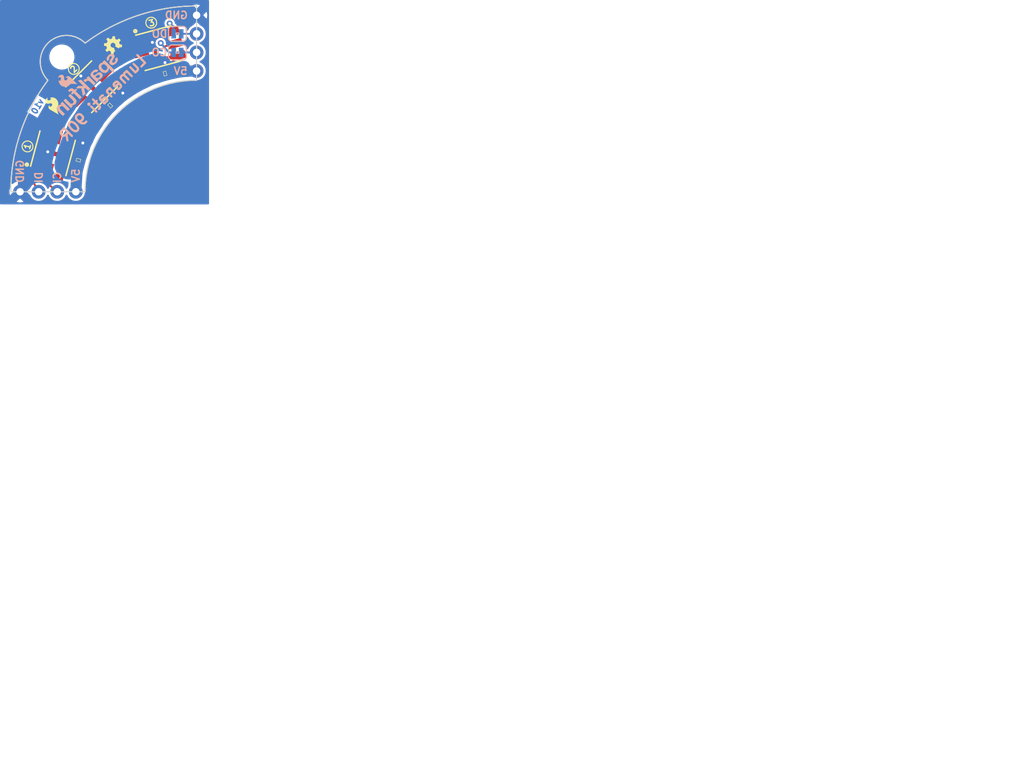
<source format=kicad_pcb>
(kicad_pcb (version 20221018) (generator pcbnew)
  (layers (0 "F.Cu" signal) (31 "B.Cu" signal) (34 "B.Paste" user) (35 "F.Paste" user) (36 "B.SilkS" user "B.Silkscreen") (37 "F.SilkS" user "F.Silkscreen") (38 "B.Mask" user) (39 "F.Mask" user) (44 "Edge.Cuts" user))
  (net 0 "")
  (net 1 "GND")
  (net 2 "+5V")
  (net 3 "/DI")
  (net 4 "/CI")
  (net 5 "/DO")
  (net 6 "/CO")
  (net 7 "Net-(U1-Pad5)")
  (net 8 "Net-(U1-Pad6)")
  (net 9 "Net-(U2-Pad6)")
  (net 10 "Net-(U2-Pad5)")
  (net 11 "Net-(JP1-Pad1)")
  (net 12 "Net-(JP2-Pad1)")
  (footprint "Aesthetics:SFE_LOGO_FLAME_.1" (layer "F.Cu") (at 141.5034 106.2736 60)
    (fp_text reference "" (at 0 0 60) (layer "F.SilkS") (effects (font (size 1.524 1.524))))
    (fp_text value "" (at 0 0 60) (layer "F.SilkS") (effects (font (size 1.524 1.524))))
    (fp_poly (pts (xy 1.69926 -2.4892) (xy 1.69926 -2.39776) (xy 1.6891 -2.36982) (xy 1.67894 -2.3495) (xy 1.64846 -2.31902) (xy 1.61798 -2.30886) (xy 1.5875 -2.30886) (xy 1.50876 -2.32918) (xy 1.46812 -2.3495) (xy 1.43764 -2.36982) (xy 1.39954 -2.39776) (xy 1.33858 -2.45872) (xy 1.29794 -2.51968) (xy 1.28778 -2.55778) (xy 1.28778 -2.61874) (xy 1.29794 -2.64922) (xy 1.3081 -2.66954) (xy 1.32842 -2.69748) (xy 1.36906 -2.72796) (xy 1.4097 -2.74828) (xy 1.45796 -2.75844) (xy 1.4986 -2.7686) (xy 1.55956 -2.7686) (xy 1.57988 -2.75844) (xy 1.5875 -2.75844) (xy 1.57988 -2.7686) (xy 1.53924 -2.79908) (xy 1.39954 -2.86766) (xy 1.3081 -2.88798) (xy 1.20904 -2.88798) (xy 1.09982 -2.86766) (xy 0.98806 -2.80924) (xy 0.89916 -2.73812) (xy 0.84836 -2.65938) (xy 0.81788 -2.56794) (xy 0.81788 -2.4892) (xy 0.8382 -2.39776) (xy 0.889 -2.30886) (xy 0.95758 -2.22758) (xy 1.03886 -2.13868) (xy 1.10998 -2.06756) (xy 1.13792 -1.98882) (xy 1.13792 -1.9177) (xy 1.1176 -1.85928) (xy 1.0795 -1.80848) (xy 1.01854 -1.76784) (xy 0.9398 -1.74752) (xy 0.85852 -1.74752) (xy 0.80772 -1.75768) (xy 0.75946 -1.778) (xy 0.6985 -1.83896) (xy 0.67818 -1.86944) (xy 0.66802 -1.89992) (xy 0.66802 -1.93802) (xy 0.67818 -1.9685) (xy 0.73914 -2.02946) (xy 0.76962 -2.03962) (xy 0.80772 -2.05994) (xy 0.81788 -2.06756) (xy 0.77978 -2.08788) (xy 0.65786 -2.08788) (xy 0.59944 -2.07772) (xy 0.54864 -2.06756) (xy 0.49784 -2.04978) (xy 0.45974 -2.0193) (xy 0.40894 -1.97866) (xy 0.34798 -1.8796) (xy 0.32766 -1.80848) (xy 0.3175 -1.72974) (xy 0.3175 -0.35814) (xy 0.3683 -0.40894) (xy 0.39878 -0.45974) (xy 0.44958 -0.508) (xy 0.49784 -0.56896) (xy 0.61976 -0.68834) (xy 0.73914 -0.82804) (xy 0.8382 -0.92964) (xy 0.9398 -0.98806) (xy 0.99822 -0.99822) (xy 1.18872 -0.99822) (xy 1.3081 -1.01854) (xy 1.41986 -1.04902) (xy 1.51892 -1.08966) (xy 1.61798 -1.14808) (xy 1.69926 -1.2192) (xy 1.778 -1.29794) (xy 1.84912 -1.38938) (xy 1.94818 -1.56972) (xy 1.99898 -1.75768) (xy 2.00914 -1.92786) (xy 1.97866 -2.08788) (xy 1.92786 -2.23774) (xy 1.85928 -2.3495) (xy 1.778 -2.4384)) (stroke (width 0.01)) (fill solid) (layer "F.SilkS"))
  )
  (footprint "Pete:0603_revised" (layer "F.Cu") (at 144.0688 112.0648 75)
    (fp_text reference "C1" hide)
    (fp_text value "0.1uF" hide)
    (fp_line (start -0.19812 -0.29972) (end 0.19812 -0.29972) (stroke (width 0.06604)) (layer "F.SilkS"))
    (fp_line (start -0.19812 0.29972) (end -0.19812 -0.29972) (stroke (width 0.06604)) (layer "F.SilkS"))
    (fp_line (start -0.19812 0.29972) (end 0.19812 0.29972) (stroke (width 0.06604)) (layer "F.SilkS"))
    (fp_line (start 0.19812 0.29972) (end 0.19812 -0.29972) (stroke (width 0.06604)) (layer "F.SilkS"))
    (pad "1" smd rect (at -0.84836 0 75) (size 1.09982 0.99822) (layers "F.Cu" "F.Paste" "F.Mask") (net 1 "GND"))
    (pad "2" smd rect (at 0.84836 0 75) (size 1.09982 0.99822) (layers "F.Cu" "F.Paste" "F.Mask") (net 2 "+5V"))
  )
  (footprint "Pete:0603_revised" (layer "F.Cu") (at 148.4122 104.5972 45)
    (fp_text reference "C2" hide)
    (fp_text value "0.1uF" hide)
    (fp_line (start -0.19812 -0.29972) (end 0.19812 -0.29972) (stroke (width 0.06604)) (layer "F.SilkS"))
    (fp_line (start -0.19812 0.29972) (end -0.19812 -0.29972) (stroke (width 0.06604)) (layer "F.SilkS"))
    (fp_line (start -0.19812 0.29972) (end 0.19812 0.29972) (stroke (width 0.06604)) (layer "F.SilkS"))
    (fp_line (start 0.19812 0.29972) (end 0.19812 -0.29972) (stroke (width 0.06604)) (layer "F.SilkS"))
    (pad "1" smd rect (at -0.84836 0 45) (size 1.09982 0.99822) (layers "F.Cu" "F.Paste" "F.Mask") (net 1 "GND"))
    (pad "2" smd rect (at 0.84836 0 45) (size 1.09982 0.99822) (layers "F.Cu" "F.Paste" "F.Mask") (net 2 "+5V"))
  )
  (footprint "Pete:0603_revised" (layer "F.Cu") (at 155.9052 100.2284 15)
    (fp_text reference "C3" hide)
    (fp_text value "0.1uF" hide)
    (fp_line (start -0.19812 -0.29972) (end 0.19812 -0.29972) (stroke (width 0.06604)) (layer "F.SilkS"))
    (fp_line (start -0.19812 0.29972) (end -0.19812 -0.29972) (stroke (width 0.06604)) (layer "F.SilkS"))
    (fp_line (start -0.19812 0.29972) (end 0.19812 0.29972) (stroke (width 0.06604)) (layer "F.SilkS"))
    (fp_line (start 0.19812 0.29972) (end 0.19812 -0.29972) (stroke (width 0.06604)) (layer "F.SilkS"))
    (pad "1" smd rect (at -0.84836 0 15) (size 1.09982 0.99822) (layers "F.Cu" "F.Paste" "F.Mask") (net 1 "GND"))
    (pad "2" smd rect (at 0.84836 0 15) (size 1.09982 0.99822) (layers "F.Cu" "F.Paste" "F.Mask") (net 2 "+5V"))
  )
  (footprint "Aesthetics:FIDUCIAL-1X2" (layer "F.Cu") (at 158.0134 92.2528 90)
    (fp_text reference "FD1" hide)
    (fp_text value "FIDUCIAL1X2" hide)
    (pad "1" smd circle (at 0 0 90) (size 0.99822 0.99822) (layers "F.Cu" "F.Paste" "F.Mask"))
  )
  (footprint "Aesthetics:FIDUCIAL-1X2" (layer "F.Cu") (at 136.0932 114.046 90)
    (fp_text reference "FD2" hide)
    (fp_text value "FIDUCIAL1X2" hide)
    (pad "1" smd circle (at 0 0 90) (size 0.99822 0.99822) (layers "F.Cu" "F.Paste" "F.Mask"))
  )
  (footprint "SFE_Connectors:1X04_NO_SILK" (layer "F.Cu") (at 136.0932 116.3828)
    (fp_text reference "J1" hide)
    (fp_text value "CONN_041X04_NO_SILK" hide)
    (pad "1" thru_hole circle (at 0 0) (size 1.8796 1.8796) (drill 1.016) (layers "*.Cu" "*.Paste" "*.Mask") (net 1 "GND"))
    (pad "2" thru_hole circle (at 2.54 0) (size 1.8796 1.8796) (drill 1.016) (layers "*.Cu" "*.Paste" "*.Mask") (net 3 "/DI"))
    (pad "3" thru_hole circle (at 5.08 0) (size 1.8796 1.8796) (drill 1.016) (layers "*.Cu" "*.Paste" "*.Mask") (net 4 "/CI"))
    (pad "4" thru_hole circle (at 7.62 0) (size 1.8796 1.8796) (drill 1.016) (layers "*.Cu" "*.Paste" "*.Mask") (net 2 "+5V"))
  )
  (footprint "SFE_Connectors:1X04_NO_SILK" (layer "F.Cu") (at 160.2232 99.8728 90)
    (fp_text reference "J2" hide)
    (fp_text value "CONN_041X04_NO_SILK" hide)
    (pad "1" thru_hole circle (at 0 0 90) (size 1.8796 1.8796) (drill 1.016) (layers "*.Cu" "*.Paste" "*.Mask") (net 2 "+5V"))
    (pad "2" thru_hole circle (at 2.54 0 90) (size 1.8796 1.8796) (drill 1.016) (layers "*.Cu" "*.Paste" "*.Mask") (net 6 "/CO"))
    (pad "3" thru_hole circle (at 5.08 0 90) (size 1.8796 1.8796) (drill 1.016) (layers "*.Cu" "*.Paste" "*.Mask") (net 5 "/DO"))
    (pad "4" thru_hole circle (at 7.62 0 90) (size 1.8796 1.8796) (drill 1.016) (layers "*.Cu" "*.Paste" "*.Mask") (net 1 "GND"))
  )
  (footprint "SparkFun:OSHW-LOGO-MINI" (layer "F.Cu") (at 148.7932 96.3422 40)
    (fp_text reference "LOGO2" hide)
    (fp_text value "OSHW-LOGOMINI" hide)
    (fp_poly (pts (xy 1.23444 0.17018) (xy 1.23444 -0.14732) (xy 0.8763 -0.20574) (xy 0.8763 -0.24638) (xy 0.86614 -0.25654) (xy 0.86614 -0.27686) (xy 0.85598 -0.28702) (xy 0.84582 -0.30734) (xy 0.84582 -0.32512) (xy 0.83566 -0.33528) (xy 0.83566 -0.3556) (xy 0.8255 -0.36576) (xy 0.81534 -0.38608) (xy 0.80518 -0.39624) (xy 0.80518 -0.41656) (xy 0.79502 -0.42672) (xy 0.78486 -0.44704) (xy 0.7747 -0.4572) (xy 0.98552 -0.74676) (xy 0.75438 -0.9652) (xy 0.46482 -0.76708) (xy 0.45466 -0.77724) (xy 0.43434 -0.78486) (xy 0.42418 -0.78486) (xy 0.4064 -0.79502) (xy 0.39624 -0.80518) (xy 0.37592 -0.81534) (xy 0.36576 -0.81534) (xy 0.34544 -0.8255) (xy 0.33528 -0.83566) (xy 0.31496 -0.83566) (xy 0.29464 -0.84582) (xy 0.28448 -0.84582) (xy 0.26416 -0.85598) (xy 0.25654 -0.85598) (xy 0.23622 -0.86614) (xy 0.2159 -0.86614) (xy 0.15494 -1.21666) (xy -0.16256 -1.21666) (xy -0.22098 -0.86614) (xy -0.23114 -0.86614) (xy -0.25146 -0.85598) (xy -0.27178 -0.85598) (xy -0.28194 -0.84582) (xy -0.30226 -0.84582) (xy -0.32258 -0.83566) (xy -0.33274 -0.83566) (xy -0.35306 -0.8255) (xy -0.36322 -0.81534) (xy -0.381 -0.81534) (xy -0.39116 -0.80518) (xy -0.41148 -0.79502) (xy -0.42164 -0.78486) (xy -0.44196 -0.78486) (xy -0.45212 -0.77724) (xy -0.47244 -0.76708) (xy -0.762 -0.9652) (xy -0.98298 -0.74676) (xy -0.78232 -0.4572) (xy -0.79248 -0.44704) (xy -0.79248 -0.42672) (xy -0.80264 -0.41656) (xy -0.8128 -0.39624) (xy -0.82296 -0.38608) (xy -0.82296 -0.36576) (xy -0.83312 -0.3556) (xy -0.84328 -0.33528) (xy -0.84328 -0.32512) (xy -0.86106 -0.28702) (xy -0.86106 -0.27686) (xy -0.87122 -0.25654) (xy -0.87122 -0.24638) (xy -0.88138 -0.22606) (xy -0.88138 -0.20574) (xy -1.2319 -0.14732) (xy -1.2319 0.17018) (xy -0.88138 0.23114) (xy -0.88138 0.2413) (xy -0.87122 0.26162) (xy -0.87122 0.28194) (xy -0.86106 0.2921) (xy -0.86106 0.31242) (xy -0.8509 0.32258) (xy -0.84328 0.34036) (xy -0.84328 0.36068) (xy -0.83312 0.37084) (xy -0.83312 0.39116) (xy -0.82296 0.40132) (xy -0.8128 0.42164) (xy -0.80264 0.4318) (xy -0.79248 0.45212) (xy -0.79248 0.46228) (xy -0.78232 0.4826) (xy -0.98298 0.762) (xy -0.762 0.9906) (xy -0.47244 0.79248) (xy -0.46228 0.79248) (xy -0.45212 0.8001) (xy -0.44196 0.8001) (xy -0.4318 0.81026) (xy -0.42164 0.81026) (xy -0.41148 0.82042) (xy -0.40132 0.82042) (xy -0.39116 0.83058) (xy -0.381 0.83058) (xy -0.37338 0.84074) (xy -0.36322 0.84074) (xy -0.35306 0.8509) (xy -0.33274 0.8509) (xy -0.32258 0.86106) (xy -0.12192 0.32258) (xy -0.1524 0.31242) (xy -0.19304 0.2921) (xy -0.21336 0.27178) (xy -0.23114 0.26162) (xy -0.25146 0.2413) (xy -0.26162 0.22098) (xy -0.28194 0.20066) (xy -0.30226 0.16256) (xy -0.31242 0.13208) (xy -0.33274 0.09144) (xy -0.33274 0.06096) (xy -0.3429 0.03048) (xy -0.3429 -0.0254) (xy -0.30226 -0.14732) (xy -0.26162 -0.20574) (xy -0.2413 -0.22606) (xy -0.21336 -0.24638) (xy -0.19304 -0.2667) (xy -0.16256 -0.28702) (xy -0.13208 -0.29718) (xy -0.1016 -0.31496) (xy -0.07112 -0.31496) (xy -0.03302 -0.32512) (xy 0.03556 -0.32512) (xy 0.06604 -0.31496) (xy 0.09652 -0.31496) (xy 0.12446 -0.29718) (xy 0.15494 -0.28702) (xy 0.2159 -0.24638) (xy 0.25654 -0.20574) (xy 0.29464 -0.14732) (xy 0.3048 -0.11684) (xy 0.32512 -0.08636) (xy 0.32512 -0.05588) (xy 0.33528 -0.0254) (xy 0.33528 0.06096) (xy 0.32512 0.09144) (xy 0.32512 0.11176) (xy 0.31496 0.13208) (xy 0.3048 0.16256) (xy 0.29464 0.18034) (xy 0.27432 0.20066) (xy 0.26416 0.22098) (xy 0.22606 0.26162) (xy 0.20574 0.27178) (xy 0.18542 0.2921) (xy 0.12446 0.32258) (xy 0.32512 0.86106) (xy 0.32512 0.8509) (xy 0.34544 0.8509) (xy 0.3556 0.84074) (xy 0.36576 0.84074) (xy 0.37592 0.83058) (xy 0.38608 0.83058) (xy 0.39624 0.82042) (xy 0.41656 0.82042) (xy 0.42418 0.81026) (xy 0.43434 0.81026) (xy 0.45466 0.79248) (xy 0.46482 0.79248) (xy 0.75438 0.9906) (xy 0.98552 0.762) (xy 0.7747 0.4826) (xy 0.78486 0.46228) (xy 0.79502 0.45212) (xy 0.80518 0.4318) (xy 0.80518 0.42164) (xy 0.81534 0.40132) (xy 0.8255 0.39116) (xy 0.83566 0.37084) (xy 0.83566 0.36068) (xy 0.85598 0.32258) (xy 0.85598 0.31242) (xy 0.86614 0.2921) (xy 0.86614 0.28194) (xy 0.8763 0.26162) (xy 0.8763 0.2413) (xy 0.88646 0.23114)) (stroke (width 0.01)) (fill solid) (layer "F.SilkS"))
  )
  (footprint "Pete:APA102_3" (layer "F.Cu") (at 140.589 111.125 -105)
    (fp_text reference "U1" hide)
    (fp_text value "APA102" hide)
    (fp_line (start -2.5 -2.5) (end 2.5 -2.5) (stroke (width 0.2032)) (layer "F.SilkS"))
    (fp_line (start -2.5 2.5) (end 2.5 2.5) (stroke (width 0.2032)) (layer "F.SilkS"))
    (fp_circle (center 2.413 3.048) (end 2.4765 3.1115) (stroke (width 0.15)) (fill none) (layer "F.SilkS"))
    (fp_circle (center 2.413 3.048) (end 2.54 3.2385) (stroke (width 0.15)) (fill none) (layer "F.SilkS"))
    (pad "1" smd rect (at 2.4 1.7 255) (size 2 1.1) (layers "F.Cu" "F.Paste" "F.Mask") (net 3 "/DI"))
    (pad "2" smd rect (at 2.399998 0 255) (size 2 1.1) (layers "F.Cu" "F.Paste" "F.Mask") (net 4 "/CI"))
    (pad "3" smd rect (at 2.4 -1.700001 255) (size 2 1.1) (layers "F.Cu" "F.Paste" "F.Mask") (net 1 "GND"))
    (pad "4" smd rect (at -2.4 -1.7 75) (size 2 1.1) (layers "F.Cu" "F.Paste" "F.Mask") (net 2 "+5V"))
    (pad "5" smd rect (at -2.399998 0 75) (size 2 1.1) (layers "F.Cu" "F.Paste" "F.Mask") (net 7 "Net-(U1-Pad5)"))
    (pad "6" smd rect (at -2.4 1.700001 75) (size 2 1.1) (layers "F.Cu" "F.Paste" "F.Mask") (net 8 "Net-(U1-Pad6)"))
  )
  (footprint "Pete:APA102_3" (layer "F.Cu") (at 145.8722 102.0318 -135)
    (fp_text reference "U2" hide)
    (fp_text value "APA102" hide)
    (fp_line (start -2.5 -2.5) (end 2.5 -2.5) (stroke (width 0.2032)) (layer "F.SilkS"))
    (fp_line (start -2.5 2.5) (end 2.5 2.5) (stroke (width 0.2032)) (layer "F.SilkS"))
    (fp_circle (center 2.413 3.048) (end 2.4765 3.1115) (stroke (width 0.15)) (fill none) (layer "F.SilkS"))
    (fp_circle (center 2.413 3.048) (end 2.54 3.2385) (stroke (width 0.15)) (fill none) (layer "F.SilkS"))
    (pad "1" smd rect (at 2.4 1.7 225) (size 2 1.1) (layers "F.Cu" "F.Paste" "F.Mask") (net 8 "Net-(U1-Pad6)"))
    (pad "2" smd rect (at 2.399998 0 225) (size 2 1.1) (layers "F.Cu" "F.Paste" "F.Mask") (net 7 "Net-(U1-Pad5)"))
    (pad "3" smd rect (at 2.4 -1.700001 225) (size 2 1.1) (layers "F.Cu" "F.Paste" "F.Mask") (net 1 "GND"))
    (pad "4" smd rect (at -2.4 -1.7 45) (size 2 1.1) (layers "F.Cu" "F.Paste" "F.Mask") (net 2 "+5V"))
    (pad "5" smd rect (at -2.399998 0 45) (size 2 1.1) (layers "F.Cu" "F.Paste" "F.Mask") (net 10 "Net-(U2-Pad5)"))
    (pad "6" smd rect (at -2.4 1.700001 45) (size 2 1.1) (layers "F.Cu" "F.Paste" "F.Mask") (net 9 "Net-(U2-Pad6)"))
  )
  (footprint "Pete:APA102_3" (layer "F.Cu") (at 154.9654 96.7486 -165)
    (fp_text reference "U3" hide)
    (fp_text value "APA102" hide)
    (fp_line (start -2.5 -2.5) (end 2.5 -2.5) (stroke (width 0.2032)) (layer "F.SilkS"))
    (fp_line (start -2.5 2.5) (end 2.5 2.5) (stroke (width 0.2032)) (layer "F.SilkS"))
    (fp_circle (center 2.413 3.048) (end 2.4765 3.1115) (stroke (width 0.15)) (fill none) (layer "F.SilkS"))
    (fp_circle (center 2.413 3.048) (end 2.54 3.2385) (stroke (width 0.15)) (fill none) (layer "F.SilkS"))
    (pad "1" smd rect (at 2.4 1.7 195) (size 2 1.1) (layers "F.Cu" "F.Paste" "F.Mask") (net 9 "Net-(U2-Pad6)"))
    (pad "2" smd rect (at 2.399998 0 195) (size 2 1.1) (layers "F.Cu" "F.Paste" "F.Mask") (net 10 "Net-(U2-Pad5)"))
    (pad "3" smd rect (at 2.4 -1.700001 195) (size 2 1.1) (layers "F.Cu" "F.Paste" "F.Mask") (net 1 "GND"))
    (pad "4" smd rect (at -2.4 -1.7 15) (size 2 1.1) (layers "F.Cu" "F.Paste" "F.Mask") (net 2 "+5V"))
    (pad "5" smd rect (at -2.399998 0 15) (size 2 1.1) (layers "F.Cu" "F.Paste" "F.Mask") (net 11 "Net-(JP1-Pad1)"))
    (pad "6" smd rect (at -2.4 1.700001 15) (size 2 1.1) (layers "F.Cu" "F.Paste" "F.Mask") (net 12 "Net-(JP2-Pad1)"))
  )
  (footprint "Pete:line" (layer "F.Cu") (at 160.2232 116.3828 15)
    (fp_text reference "REF**" hide)
    (fp_text value "line" hide)
  )
  (footprint "Pete:line" (layer "F.Cu") (at 160.2232 116.3828 45)
    (fp_text reference "REF**" hide)
    (fp_text value "line" hide)
  )
  (footprint "Pete:line" (layer "F.Cu") (at 160.2232 116.3828 75)
    (fp_text reference "REF**" hide)
    (fp_text value "line" hide)
  )
  (footprint "Pete:STAND-OFF_115_2" (layer "F.Cu") (at 141.8082 97.9678 90)
    (fp_text reference "Ref**" hide)
    (fp_text value "Val**" hide)
    (pad "" np_thru_hole circle (at 0 0 90) (size 2.921 2.921) (drill 2.921) (layers "*.Cu" "*.Mask"))
  )
  (footprint "SparkFun:SFE_LOGO_NAME_FLAME_.1" (layer "B.Cu") (at 150.622 98.679 -135)
    (fp_text reference "LOGO1" hide)
    (fp_text value "SFE_LOGO_NAME_FLAME.1_INCH" hide)
    (fp_poly (pts (xy 2.9083 1.39954) (xy 2.93878 1.47828) (xy 2.94894 1.55956) (xy 2.94894 1.6383) (xy 3.33756 1.62814) (xy 3.32994 1.48844) (xy 3.29946 1.3589) (xy 3.24866 1.23952)) (stroke (width 0.01)) (fill solid) (layer "B.SilkS"))
    (fp_poly (pts (xy 6.0579 2.6797) (xy 6.44906 2.88798) (xy 6.44906 1.84912) (xy 6.93928 2.35966) (xy 7.39902 2.35966) (xy 6.86816 1.83896) (xy 7.45998 0.9398) (xy 6.98754 0.9398) (xy 6.59892 1.56972) (xy 6.44906 1.42748) (xy 6.44906 0.9398) (xy 6.0579 0.9398)) (stroke (width 0.01)) (fill solid) (layer "B.SilkS"))
    (fp_poly (pts (xy 3.92938 1.74752) (xy 4.01828 1.75768) (xy 4.10972 1.76784) (xy 4.1783 1.778) (xy 4.2291 1.57988) (xy 4.20878 1.56972) (xy 4.18846 1.56972) (xy 4.15798 1.55956) (xy 4.11988 1.55956) (xy 4.0894 1.5494) (xy 4.04876 1.5494) (xy 4.02844 1.53924) (xy 4.00812 1.53924)) (stroke (width 0.01)) (fill solid) (layer "B.SilkS"))
    (fp_poly (pts (xy 4.99872 2.28854) (xy 5.04952 2.2987) (xy 5.08762 2.30886) (xy 5.13842 2.30886) (xy 5.18922 2.31902) (xy 5.22986 2.32918) (xy 5.27812 2.33934) (xy 5.32892 2.3495) (xy 5.36956 2.35966) (xy 5.36956 2.08788) (xy 5.40766 2.159) (xy 5.4483 2.2098) (xy 5.4991 2.26822) (xy 5.5499 2.30886) (xy 5.61848 2.3495) (xy 5.67944 2.36982) (xy 5.74802 2.3876) (xy 5.88772 2.3876) (xy 5.89788 2.37998) (xy 5.90804 2.37998) (xy 5.90804 2.0193) (xy 5.89788 2.0193) (xy 5.87756 2.02946) (xy 5.76834 2.02946) (xy 5.66928 2.0193) (xy 5.588 1.99898) (xy 5.51942 1.95834) (xy 5.46862 1.89992) (xy 5.42798 1.8288) (xy 5.40766 1.75768) (xy 5.38988 1.66878) (xy 5.38988 0.9398) (xy 4.99872 0.9398) (xy 4.99872 2.11836)) (stroke (width 0.01)) (fill solid) (layer "B.SilkS"))
    (fp_poly (pts (xy 7.69874 2.09804) (xy 7.30758 2.09804) (xy 7.34822 2.12852) (xy 7.3787 2.159) (xy 7.40918 2.18948) (xy 7.44982 2.22758) (xy 7.47776 2.25806) (xy 7.50824 2.28854) (xy 7.54888 2.31902) (xy 7.57936 2.35966) (xy 7.69874 2.35966) (xy 7.69874 2.55778) (xy 7.72922 2.63906) (xy 7.7597 2.70764) (xy 7.80796 2.7686) (xy 7.87908 2.8194) (xy 7.95782 2.8575) (xy 8.05942 2.88798) (xy 8.34898 2.88798) (xy 8.3693 2.87782) (xy 8.3693 2.59842) (xy 8.19912 2.59842) (xy 8.15848 2.58826) (xy 8.13816 2.5781) (xy 8.11784 2.56794) (xy 8.09752 2.54) (xy 8.0899 2.51968) (xy 8.0899 2.47904) (xy 8.07974 2.4384) (xy 8.07974 2.35966) (xy 8.34898 2.35966) (xy 8.34898 2.09804) (xy 8.07974 2.09804) (xy 8.07974 0.9398) (xy 7.69874 0.9398) (xy 7.69874 1.94818)) (stroke (width 0.01)) (fill solid) (layer "B.SilkS"))
    (fp_poly (pts (xy 9.78916 0.9398) (xy 9.41832 0.9398) (xy 9.41832 1.13792) (xy 9.40816 1.13792) (xy 9.36752 1.0795) (xy 9.32942 1.0287) (xy 9.27862 0.98806) (xy 9.21766 0.95758) (xy 9.1694 0.9398) (xy 9.10844 0.91948) (xy 9.03986 0.90932) (xy 8.9789 0.89916) (xy 8.8392 0.90932) (xy 8.72998 0.94996) (xy 8.63854 0.99822) (xy 8.56996 1.05918) (xy 8.51916 1.14808) (xy 8.48868 1.24968) (xy 8.46836 1.3589) (xy 8.46836 2.35966) (xy 8.84936 2.35966) (xy 8.84936 1.55956) (xy 8.85952 1.47828) (xy 8.86968 1.39954) (xy 8.87984 1.33858) (xy 8.90778 1.29794) (xy 8.93826 1.25984) (xy 8.98906 1.22936) (xy 9.03986 1.2192) (xy 9.09828 1.20904) (xy 9.17956 1.2192) (xy 9.23798 1.22936) (xy 9.28878 1.25984) (xy 9.32942 1.29794) (xy 9.3599 1.3589) (xy 9.38784 1.42748) (xy 9.398 1.50876) (xy 9.398 2.35966) (xy 9.78916 2.35966) (xy 9.78916 1.1176)) (stroke (width 0.01)) (fill solid) (layer "B.SilkS"))
    (fp_poly (pts (xy 9.99998 2.35966) (xy 10.36828 2.35966) (xy 10.36828 2.159) (xy 10.37844 2.159) (xy 10.41908 2.21996) (xy 10.45972 2.25806) (xy 10.50798 2.2987) (xy 10.56894 2.33934) (xy 10.6299 2.35966) (xy 10.68832 2.37998) (xy 10.74928 2.3876) (xy 10.8077 2.3876) (xy 10.94994 2.37998) (xy 11.05916 2.3495) (xy 11.14806 2.2987) (xy 11.21918 2.22758) (xy 11.26998 2.14884) (xy 11.29792 2.04978) (xy 11.31824 1.93802) (xy 11.3284 1.80848) (xy 11.3284 0.9398) (xy 10.93978 0.9398) (xy 10.93978 1.7399) (xy 10.92962 1.81864) (xy 10.91946 1.88976) (xy 10.9093 1.94818) (xy 10.87882 1.99898) (xy 10.84834 2.03962) (xy 10.79754 2.06756) (xy 10.74928 2.07772) (xy 10.68832 2.08788) (xy 10.60958 2.07772) (xy 10.54862 2.06756) (xy 10.49782 2.03962) (xy 10.45972 1.98882) (xy 10.42924 1.93802) (xy 10.39876 1.86944) (xy 10.3886 1.778) (xy 10.3886 0.9398) (xy 9.99998 0.9398) (xy 9.99998 2.17932)) (stroke (width 0.01)) (fill solid) (layer "B.SilkS"))
    (fp_poly (pts (xy 3.24866 1.23952) (xy 3.1877 1.12776) (xy 3.0988 1.03886) (xy 2.98958 0.95758) (xy 2.86766 0.91948) (xy 2.7178 0.89916) (xy 2.65938 0.90932) (xy 2.59842 0.91948) (xy 2.54 0.92964) (xy 2.47904 0.95758) (xy 2.42824 0.98806) (xy 2.37998 1.01854) (xy 2.33934 1.06934) (xy 2.2987 1.1176) (xy 2.28854 1.1176) (xy 2.28854 0.09906) (xy 2.2479 0.1397) (xy 2.19964 0.18796) (xy 2.14884 0.2286) (xy 2.09804 0.26924) (xy 2.04978 0.30988) (xy 1.99898 0.35814) (xy 1.95834 0.39878) (xy 1.90754 0.43942) (xy 1.90754 2.28854) (xy 1.94818 2.2987) (xy 1.99898 2.30886) (xy 2.04978 2.30886) (xy 2.08788 2.31902) (xy 2.13868 2.32918) (xy 2.17932 2.33934) (xy 2.22758 2.3495) (xy 2.27838 2.35966) (xy 2.27838 2.17932) (xy 2.31902 2.22758) (xy 2.35966 2.26822) (xy 2.40792 2.30886) (xy 2.45872 2.33934) (xy 2.50952 2.36982) (xy 2.56794 2.37998) (xy 2.6289 2.3876) (xy 2.69748 2.3876) (xy 2.84988 2.37998) (xy 2.98958 2.32918) (xy 3.0988 2.25806) (xy 3.1877 2.159) (xy 3.25882 2.04978) (xy 3.29946 1.9177) (xy 3.32994 1.778) (xy 3.33756 1.62814) (xy 2.94894 1.6383) (xy 2.94894 1.72974) (xy 2.93878 1.80848) (xy 2.9083 1.88976) (xy 2.87782 1.95834) (xy 2.82956 2.0193) (xy 2.7686 2.05994) (xy 2.69748 2.08788) (xy 2.60858 2.09804) (xy 2.52984 2.08788) (xy 2.44856 2.05994) (xy 2.39776 2.0193) (xy 2.3495 1.95834) (xy 2.31902 1.88976) (xy 2.28854 1.80848) (xy 2.27838 1.72974) (xy 2.27838 1.55956) (xy 2.2987 1.47828) (xy 2.31902 1.39954) (xy 2.3495 1.32842) (xy 2.39776 1.27762) (xy 2.45872 1.22936) (xy 2.52984 1.20904) (xy 2.61874 1.19888) (xy 2.69748 1.20904) (xy 2.77876 1.22936) (xy 2.83972 1.27762) (xy 2.87782 1.32842) (xy 2.9083 1.39954)) (stroke (width 0.01)) (fill solid) (layer "B.SilkS"))
    (fp_poly (pts (xy 0.80772 1.39954) (xy 0.80772 1.33858) (xy 0.82804 1.28778) (xy 0.85852 1.24968) (xy 0.89916 1.2192) (xy 0.9398 1.18872) (xy 0.99822 1.17856) (xy 1.04902 1.1684) (xy 1.10998 1.15824) (xy 1.14808 1.1684) (xy 1.18872 1.1684) (xy 1.22936 1.17856) (xy 1.27 1.19888) (xy 1.3081 1.22936) (xy 1.33858 1.25984) (xy 1.34874 1.29794) (xy 1.3589 1.33858) (xy 1.34874 1.37922) (xy 1.32842 1.41986) (xy 1.28778 1.4478) (xy 1.23952 1.47828) (xy 1.17856 1.4986) (xy 1.09982 1.51892) (xy 1.01854 1.53924) (xy 0.91948 1.55956) (xy 0.82804 1.57988) (xy 0.7493 1.60782) (xy 0.67818 1.6383) (xy 0.6096 1.67894) (xy 0.54864 1.71958) (xy 0.508 1.778) (xy 0.47752 1.84912) (xy 0.4699 1.93802) (xy 0.47752 2.05994) (xy 0.51816 2.159) (xy 0.58928 2.23774) (xy 0.65786 2.2987) (xy 0.75946 2.3495) (xy 0.85852 2.36982) (xy 0.96774 2.3876) (xy 1.19888 2.3876) (xy 1.3081 2.36982) (xy 1.4097 2.33934) (xy 1.4986 2.2987) (xy 1.57988 2.23774) (xy 1.6383 2.159) (xy 1.6891 2.05994) (xy 1.70942 1.93802) (xy 1.33858 1.93802) (xy 1.32842 1.98882) (xy 1.3081 2.03962) (xy 1.28778 2.06756) (xy 1.25984 2.08788) (xy 1.2192 2.1082) (xy 1.1684 2.12852) (xy 0.99822 2.12852) (xy 0.96774 2.11836) (xy 0.92964 2.1082) (xy 0.89916 2.09804) (xy 0.87884 2.06756) (xy 0.85852 2.03962) (xy 0.85852 1.99898) (xy 0.86868 1.95834) (xy 0.89916 1.9177) (xy 0.9398 1.88976) (xy 0.99822 1.85928) (xy 1.05918 1.83896) (xy 1.13792 1.8288) (xy 1.2192 1.80848) (xy 1.29794 1.78816) (xy 1.37922 1.76784) (xy 1.46812 1.74752) (xy 1.53924 1.70942) (xy 1.60782 1.66878) (xy 1.66878 1.61798) (xy 1.70942 1.55956) (xy 1.7399 1.48844) (xy 1.74752 1.39954) (xy 1.72974 1.27) (xy 1.6891 1.15824) (xy 1.62814 1.0795) (xy 1.5494 1.00838) (xy 1.4478 0.95758) (xy 1.33858 0.92964) (xy 1.2192 0.90932) (xy 1.09982 0.89916) (xy 0.9779 0.90932) (xy 0.85852 0.92964) (xy 0.7493 0.95758) (xy 0.6477 1.00838) (xy 0.56896 1.0795) (xy 0.49784 1.1684) (xy 0.45974 1.27) (xy 0.43942 1.39954) (xy 0.75946 1.39954)) (stroke (width 0.01)) (fill solid) (layer "B.SilkS"))
    (fp_poly (pts (xy 8.24992 4.77774) (xy 8.24992 4.699) (xy 8.23976 4.66852) (xy 8.2296 4.63804) (xy 8.19912 4.61772) (xy 8.16864 4.60756) (xy 8.09752 4.60756) (xy 8.05942 4.62788) (xy 8.01878 4.6482) (xy 7.9883 4.66852) (xy 7.94766 4.699) (xy 7.91972 4.71932) (xy 7.88924 4.7498) (xy 7.86892 4.7879) (xy 7.8486 4.81838) (xy 7.83844 4.85902) (xy 7.82828 4.8895) (xy 7.83844 4.91998) (xy 7.8486 4.93776) (xy 7.85876 4.96824) (xy 7.87908 4.99872) (xy 7.91972 5.0292) (xy 7.95782 5.04952) (xy 8.00862 5.05968) (xy 8.04926 5.06984) (xy 8.07974 5.06984) (xy 8.10768 5.05968) (xy 8.13816 5.05968) (xy 8.128 5.06984) (xy 8.0899 5.09778) (xy 8.02894 5.12826) (xy 7.94766 5.15874) (xy 7.85876 5.18922) (xy 7.7597 5.18922) (xy 7.64794 5.1689) (xy 7.53872 5.10794) (xy 7.44982 5.0292) (xy 7.39902 4.95808) (xy 7.36854 4.86918) (xy 7.36854 4.7879) (xy 7.38886 4.699) (xy 7.43966 4.60756) (xy 7.50824 4.52882) (xy 7.58952 4.43992) (xy 7.6581 4.35864) (xy 7.68858 4.28752) (xy 7.68858 4.21894) (xy 7.66826 4.15798) (xy 7.62762 4.10972) (xy 7.5692 4.06908) (xy 7.48792 4.04876) (xy 7.40918 4.04876) (xy 7.35838 4.05892) (xy 7.30758 4.07924) (xy 7.27964 4.09956) (xy 7.24916 4.1275) (xy 7.22884 4.16814) (xy 7.21868 4.19862) (xy 7.21868 4.2291) (xy 7.22884 4.25958) (xy 7.24916 4.28752) (xy 7.26948 4.30784) (xy 7.2898 4.32816) (xy 7.31774 4.33832) (xy 7.33806 4.34848) (xy 7.35838 4.35864) (xy 7.36854 4.3688) (xy 7.34822 4.37896) (xy 7.3279 4.37896) (xy 7.2898 4.38912) (xy 7.20852 4.38912) (xy 7.14756 4.37896) (xy 7.0993 4.35864) (xy 7.0485 4.33832) (xy 7.00786 4.30784) (xy 6.9596 4.2799) (xy 6.92912 4.2291) (xy 6.89864 4.16814) (xy 6.87832 4.10972) (xy 6.86816 4.01828) (xy 6.858 3.92938) (xy 6.858 2.64922) (xy 6.86816 2.64922) (xy 6.88848 2.6797) (xy 6.91896 2.70764) (xy 6.94944 2.74828) (xy 6.9977 2.79908) (xy 7.0485 2.8575) (xy 7.10946 2.91846) (xy 7.15772 2.98958) (xy 7.22884 3.05816) (xy 7.2898 3.11912) (xy 7.33806 3.17754) (xy 7.38886 3.21818) (xy 7.43966 3.25882) (xy 7.48792 3.2893) (xy 7.54888 3.29946) (xy 7.73938 3.29946) (xy 7.85876 3.31978) (xy 7.96798 3.34772) (xy 8.06958 3.38836) (xy 8.16864 3.44932) (xy 8.24992 3.5179) (xy 8.32866 3.59918) (xy 8.39978 3.68808) (xy 8.49884 3.86842) (xy 8.54964 4.04876) (xy 8.5598 4.2291) (xy 8.52932 4.38912) (xy 8.47852 4.52882) (xy 8.40994 4.6482) (xy 8.32866 4.73964)) (stroke (width 0.01)) (fill solid) (layer "B.SilkS"))
    (fp_poly (pts (xy 4.00812 1.53924) (xy 3.97764 1.52908) (xy 3.95986 1.51892) (xy 3.9497 1.50876) (xy 3.92938 1.4986) (xy 3.90906 1.48844) (xy 3.8989 1.47828) (xy 3.87858 1.46812) (xy 3.86842 1.4478) (xy 3.85826 1.42748) (xy 3.8481 1.4097) (xy 3.8481 1.38938) (xy 3.83794 1.36906) (xy 3.83794 1.31826) (xy 3.8481 1.28778) (xy 3.8481 1.27) (xy 3.85826 1.24968) (xy 3.86842 1.23952) (xy 3.87858 1.2192) (xy 3.8989 1.20904) (xy 3.90906 1.19888) (xy 3.92938 1.18872) (xy 3.9497 1.17856) (xy 3.96748 1.17856) (xy 3.9878 1.1684) (xy 4.00812 1.1684) (xy 4.02844 1.15824) (xy 4.07924 1.15824) (xy 4.1275 1.1684) (xy 4.1783 1.1684) (xy 4.21894 1.18872) (xy 4.25958 1.19888) (xy 4.28752 1.2192) (xy 4.30784 1.23952) (xy 4.32816 1.27) (xy 4.34848 1.28778) (xy 4.35864 1.31826) (xy 4.3688 1.34874) (xy 4.37896 1.36906) (xy 4.38912 1.39954) (xy 4.38912 1.62814) (xy 4.37896 1.61798) (xy 4.3688 1.60782) (xy 4.34848 1.60782) (xy 4.32816 1.59766) (xy 4.30784 1.5875) (xy 4.28752 1.5875) (xy 4.26974 1.57988) (xy 4.2291 1.57988) (xy 4.1783 1.778) (xy 4.24942 1.79832) (xy 4.30784 1.81864) (xy 4.35864 1.84912) (xy 4.38912 1.88976) (xy 4.38912 1.99898) (xy 4.37896 2.0193) (xy 4.3688 2.03962) (xy 4.35864 2.05994) (xy 4.34848 2.06756) (xy 4.33832 2.08788) (xy 4.318 2.09804) (xy 4.29768 2.1082) (xy 4.2799 2.11836) (xy 4.25958 2.11836) (xy 4.23926 2.12852) (xy 4.05892 2.12852) (xy 4.0386 2.11836) (xy 4.01828 2.1082) (xy 3.99796 2.09804) (xy 3.97764 2.08788) (xy 3.95986 2.07772) (xy 3.9497 2.06756) (xy 3.92938 2.04978) (xy 3.91922 2.03962) (xy 3.90906 2.0193) (xy 3.8989 1.98882) (xy 3.88874 1.9685) (xy 3.88874 1.9177) (xy 3.49758 1.9177) (xy 3.50774 1.97866) (xy 3.5179 2.03962) (xy 3.53822 2.09804) (xy 3.5687 2.13868) (xy 3.59918 2.18948) (xy 3.62966 2.22758) (xy 3.66776 2.25806) (xy 3.71856 2.28854) (xy 3.76936 2.31902) (xy 3.81762 2.33934) (xy 3.86842 2.3495) (xy 3.92938 2.36982) (xy 3.9878 2.37998) (xy 4.0386 2.3876) (xy 4.26974 2.3876) (xy 4.318 2.37998) (xy 4.37896 2.37998) (xy 4.42976 2.36982) (xy 4.47802 2.3495) (xy 4.52882 2.33934) (xy 4.57962 2.31902) (xy 4.61772 2.28854) (xy 4.65836 2.25806) (xy 4.699 2.22758) (xy 4.72948 2.18948) (xy 4.7498 2.14884) (xy 4.76758 2.09804) (xy 4.77774 2.04978) (xy 4.77774 1.17856) (xy 4.7879 1.15824) (xy 4.7879 1.06934) (xy 4.79806 1.04902) (xy 4.79806 1.0287) (xy 4.80822 1.00838) (xy 4.80822 0.9779) (xy 4.81838 0.95758) (xy 4.82854 0.94996) (xy 4.82854 0.9398) (xy 4.43992 0.9398) (xy 4.43992 0.94996) (xy 4.42976 0.95758) (xy 4.42976 0.96774) (xy 4.4196 0.9779) (xy 4.4196 1.00838) (xy 4.40944 1.01854) (xy 4.40944 1.0795) (xy 4.38912 1.04902) (xy 4.35864 1.0287) (xy 4.33832 1.00838) (xy 4.30784 0.98806) (xy 4.2799 0.9779) (xy 4.24942 0.95758) (xy 4.21894 0.94996) (xy 4.18846 0.9398) (xy 4.15798 0.92964) (xy 4.1275 0.91948) (xy 4.09956 0.91948) (xy 4.06908 0.90932) (xy 4.02844 0.90932) (xy 3.99796 0.89916) (xy 3.88874 0.89916) (xy 3.83794 0.90932) (xy 3.78968 0.90932) (xy 3.74904 0.91948) (xy 3.69824 0.9398) (xy 3.6576 0.95758) (xy 3.62966 0.9779) (xy 3.58902 0.99822) (xy 3.55854 1.0287) (xy 3.53822 1.05918) (xy 3.50774 1.09982) (xy 3.48996 1.12776) (xy 3.4798 1.17856) (xy 3.45948 1.2192) (xy 3.45948 1.27) (xy 3.44932 1.31826) (xy 3.46964 1.42748) (xy 3.49758 1.51892) (xy 3.53822 1.5875) (xy 3.60934 1.64846) (xy 3.67792 1.6891) (xy 3.7592 1.71958) (xy 3.83794 1.7399) (xy 3.92938 1.74752)) (stroke (width 0.01)) (fill solid) (layer "B.SilkS"))
  )
  (footprint "Pete:SMT-JUMPER_2_NC_TRACE_SILK" (layer "B.Cu") (at 157.607 97.3328)
    (fp_text reference "JP1" hide)
    (fp_text value "JUMPER-SMT_2_NC_TRACE_SILK" hide)
    (fp_line (start -0.508 0) (end 0.508 0) (stroke (width 0.254)) (layer "B.Cu"))
    (fp_line (start -1.2192 -0.5588) (end -1.2192 0.5588) (stroke (width 0.1524)) (layer "B.SilkS"))
    (fp_line (start -0.762 1.016) (end 0.762 1.016) (stroke (width 0.1524)) (layer "B.SilkS"))
    (fp_line (start -0.1905 -0.127) (end -0.1905 0.127) (stroke (width 0.127)) (layer "B.SilkS"))
    (fp_line (start -0.1905 0.127) (end 0.1905 0.127) (stroke (width 0.127)) (layer "B.SilkS"))
    (fp_line (start 0.1905 -0.127) (end -0.1905 -0.127) (stroke (width 0.127)) (layer "B.SilkS"))
    (fp_line (start 0.1905 0.127) (end 0.1905 -0.127) (stroke (width 0.127)) (layer "B.SilkS"))
    (fp_line (start 0.762 -1.016) (end -0.762 -1.016) (stroke (width 0.1524)) (layer "B.SilkS"))
    (fp_line (start 1.2192 -0.5588) (end 1.2192 0.5588) (stroke (width 0.1524)) (layer "B.SilkS"))
    (fp_arc (start -1.2192 -0.5588) (mid -1.085289 -0.882089) (end -0.762 -1.016) (stroke (width 0.1524)) (layer "B.SilkS"))
    (fp_arc (start -0.762 1.016) (mid -1.085289 0.882089) (end -1.2192 0.5588) (stroke (width 0.1524)) (layer "B.SilkS"))
    (fp_arc (start 0.762 -1.016) (mid 1.085289 -0.882089) (end 1.2192 -0.5588) (stroke (width 0.1524)) (layer "B.SilkS"))
    (fp_arc (start 1.2192 0.5588) (mid 1.085289 0.882089) (end 0.762 1.016) (stroke (width 0.1524)) (layer "B.SilkS"))
    (pad "1" smd rect (at -0.508 0) (size 0.635 1.27) (layers "B.Cu" "B.Paste" "B.Mask") (net 11 "Net-(JP1-Pad1)"))
    (pad "2" smd rect (at 0.508 0) (size 0.635 1.27) (layers "B.Cu" "B.Paste" "B.Mask") (net 6 "/CO"))
  )
  (footprint "Pete:SMT-JUMPER_2_NC_TRACE_SILK" (layer "B.Cu") (at 157.607 94.7928)
    (fp_text reference "JP2" hide)
    (fp_text value "JUMPER-SMT_2_NC_TRACE_SILK" hide)
    (fp_line (start -0.508 0) (end 0.508 0) (stroke (width 0.254)) (layer "B.Cu"))
    (fp_line (start -1.2192 -0.5588) (end -1.2192 0.5588) (stroke (width 0.1524)) (layer "B.SilkS"))
    (fp_line (start -0.762 1.016) (end 0.762 1.016) (stroke (width 0.1524)) (layer "B.SilkS"))
    (fp_line (start -0.1905 -0.127) (end -0.1905 0.127) (stroke (width 0.127)) (layer "B.SilkS"))
    (fp_line (start -0.1905 0.127) (end 0.1905 0.127) (stroke (width 0.127)) (layer "B.SilkS"))
    (fp_line (start 0.1905 -0.127) (end -0.1905 -0.127) (stroke (width 0.127)) (layer "B.SilkS"))
    (fp_line (start 0.1905 0.127) (end 0.1905 -0.127) (stroke (width 0.127)) (layer "B.SilkS"))
    (fp_line (start 0.762 -1.016) (end -0.762 -1.016) (stroke (width 0.1524)) (layer "B.SilkS"))
    (fp_line (start 1.2192 -0.5588) (end 1.2192 0.5588) (stroke (width 0.1524)) (layer "B.SilkS"))
    (fp_arc (start -1.2192 -0.5588) (mid -1.085289 -0.882089) (end -0.762 -1.016) (stroke (width 0.1524)) (layer "B.SilkS"))
    (fp_arc (start -0.762 1.016) (mid -1.085289 0.882089) (end -1.2192 0.5588) (stroke (width 0.1524)) (layer "B.SilkS"))
    (fp_arc (start 0.762 -1.016) (mid 1.085289 -0.882089) (end 1.2192 -0.5588) (stroke (width 0.1524)) (layer "B.SilkS"))
    (fp_arc (start 1.2192 0.5588) (mid 1.085289 0.882089) (end 0.762 1.016) (stroke (width 0.1524)) (layer "B.SilkS"))
    (pad "1" smd rect (at -0.508 0) (size 0.635 1.27) (layers "B.Cu" "B.Paste" "B.Mask") (net 12 "Net-(JP2-Pad1)"))
    (pad "2" smd rect (at 0.508 0) (size 0.635 1.27) (layers "B.Cu" "B.Paste" "B.Mask") (net 5 "/DO"))
  )
  (gr_circle (center 143.4338 99.5934) (end 144.018 100.0506) (stroke (width 0.15)) (fill none) (layer "F.SilkS"))
  (gr_circle (center 137.1092 110.1852) (end 137.6934 110.6424) (stroke (width 0.15)) (fill none) (layer "F.SilkS"))
  (gr_circle (center 154.0256 93.2688) (end 154.6098 93.726) (stroke (width 0.15)) (fill none) (layer "F.SilkS"))
  (gr_arc (start 144.9832 96.0628) (mid 152.197345 92.284135) (end 160.236545 90.982804) (stroke (width 0.15)) (layer "Edge.Cuts"))
  (gr_arc (start 134.8232 116.3828) (mid 136.121749 108.365315) (end 139.884623 101.167601) (stroke (width 0.15)) (layer "Edge.Cuts"))
  (gr_arc (start 144.9832 116.3828) (mid 149.446893 105.606493) (end 160.2232 101.1428) (stroke (width 0.15)) (layer "Edge.Cuts"))
  (gr_line (start 144.99336 96.05518) (end 144.9832 96.0628) (stroke (width 0.01284)) (layer "Edge.Cuts"))
  (gr_line (start 139.88796 101.16566) (end 139.90574 101.14534) (stroke (width 0.01284)) (layer "Edge.Cuts"))
  (gr_arc (start 139.9032 96.0628) (mid 142.4432 95.010698) (end 144.9832 96.0628) (stroke (width 0.15)) (layer "Edge.Cuts"))
  (gr_line (start 144.9832 116.3828) (end 134.8232 116.3828) (stroke (width 0.15)) (layer "Edge.Cuts"))
  (gr_line (start 160.2232 101.1428) (end 160.2232 90.9828) (stroke (width 0.15)) (layer "Edge.Cuts"))
  (gr_arc (start 139.9032 101.1428) (mid 138.851098 98.6028) (end 139.9032 96.0628) (stroke (width 0.15)) (layer "Edge.Cuts"))
  (gr_text "v10" (at 138.4808 104.7242 60) (layer "B.Cu") (effects (font (size 0.8128 0.8128) (thickness 0.1778)) (justify mirror)))
  (gr_text "CO" (at 155.1432 97.3328) (layer "B.SilkS") (effects (font (size 1.016 1.016) (thickness 0.2032)) (justify mirror)))
  (gr_text "DO" (at 155.1686 94.7928) (layer "B.SilkS") (effects (font (size 1.016 1.016) (thickness 0.2032)) (justify mirror)))
  (gr_text "GND" (at 157.4546 92.2528) (layer "B.SilkS") (effects (font (size 1.016 1.016) (thickness 0.2032)) (justify mirror)))
  (gr_text "5V" (at 143.7132 114.173 90) (layer "B.SilkS") (effects (font (size 1.016 1.016) (thickness 0.2032)) (justify mirror)))
  (gr_text "CI" (at 141.1732 114.427 90) (layer "B.SilkS") (effects (font (size 1.016 1.016) (thickness 0.2032)) (justify mirror)))
  (gr_text "DI" (at 138.6586 114.427 90) (layer "B.SilkS") (effects (font (size 1.016 1.016) (thickness 0.2032)) (justify mirror)))
  (gr_text "GND" (at 136.0932 113.5888 90) (layer "B.SilkS") (effects (font (size 1.016 1.016) (thickness 0.2032)) (justify mirror)))
  (gr_text "5V" (at 158.0388 99.8728) (layer "B.SilkS") (effects (font (size 1.016 1.016) (thickness 0.2032)) (justify mirror)))
  (gr_text "Lumenati 90R" (at 147.4216 103.5558 45) (layer "B.SilkS") (effects (font (size 1.5 1.5) (thickness 0.3)) (justify mirror)))
  (gr_text "2" (at 143.4338 99.6188 45) (layer "F.SilkS") (effects (font (size 0.8128 0.8128) (thickness 0.1778))))
  (gr_text "3" (at 154.0764 93.3196 15) (layer "F.SilkS") (effects (font (size 0.8128 0.8128) (thickness 0.1778))))
  (gr_text "1" (at 137.1092 110.1852 75) (layer "F.SilkS") (effects (font (size 0.8128 0.8128) (thickness 0.1778))))
  (segment (start 141.609909 113.883215) (end 142.7226 114.173) (width 0.4064) (layer "F.Cu") (net 1))
  (segment (start 142.7226 114.173) (end 143.6116 113.792) (width 0.4064) (layer "F.Cu") (net 1))
  (segment (start 143.6116 113.792) (end 143.849228 112.884253) (width 0.4064) (layer "F.Cu") (net 1))
  (segment (start 141.609909 113.883215) (end 142.0368 112.3442) (width 0.6096) (layer "F.Cu") (net 1))
  (segment (start 142.0368 112.3442) (end 141.4272 111.3536) (width 0.6096) (layer "F.Cu") (net 1))
  (segment (start 141.4272 111.3536) (end 139.8778 110.9218) (width 0.6096) (layer "F.Cu") (net 1))
  (segment (start 145.377226 104.930939) (end 146.2024 105.7402) (width 0.4064) (layer "F.Cu") (net 1))
  (segment (start 146.2024 105.7402) (end 147.1168 105.8418) (width 0.4064) (layer "F.Cu") (net 1))
  (segment (start 147.1168 105.8418) (end 147.812319 105.197081) (width 0.4064) (layer "F.Cu") (net 1))
  (segment (start 145.377226 104.930939) (end 146.5072 103.7844) (width 0.6096) (layer "F.Cu") (net 1))
  (segment (start 146.5072 103.7844) (end 146.5072 102.6922) (width 0.6096) (layer "F.Cu") (net 1))
  (segment (start 146.5072 102.6922) (end 144.399 100.5586) (width 0.6096) (layer "F.Cu") (net 1))
  (segment (start 153.087171 99.011841) (end 153.3906 100.1268) (width 0.4064) (layer "F.Cu") (net 1))
  (segment (start 153.3906 100.1268) (end 154.1526 100.6856) (width 0.4064) (layer "F.Cu") (net 1))
  (segment (start 154.1526 100.6856) (end 155.085747 100.447972) (width 0.4064) (layer "F.Cu") (net 1))
  (segment (start 153.087171 99.011841) (end 154.6352 98.5774) (width 0.6096) (layer "F.Cu") (net 1))
  (segment (start 154.6352 98.5774) (end 154.813 98.5266) (width 0.6096) (layer "F.Cu") (net 1))
  (segment (start 154.813 98.5266) (end 154.178 95.9612) (width 0.6096) (layer "F.Cu") (net 1))
  (via (at 154.178 95.9612) (size 0.8) (drill 0.4) (layers "F.Cu" "B.Cu") (net 1))
  (via (at 144.399 100.5586) (size 0.8) (drill 0.4) (layers "F.Cu" "B.Cu") (net 1))
  (via (at 139.8778 110.9218) (size 0.8) (drill 0.4) (layers "F.Cu" "B.Cu") (net 1))
  (segment (start 160.2232 92.2528) (end 158.2928 92.2528) (width 1.524) (layer "B.Cu") (net 1))
  (segment (start 158.2928 92.2528) (end 156.9466 92.2274) (width 0.6096) (layer "B.Cu") (net 1))
  (segment (start 156.9466 92.2274) (end 155.3464 92.5322) (width 0.6096) (layer "B.Cu") (net 1))
  (segment (start 155.3464 92.5322) (end 154.178 95.9612) (width 0.6096) (layer "B.Cu") (net 1))
  (segment (start 136.0932 116.3828) (end 136.3218 113.9444) (width 0.8128) (layer "B.Cu") (net 1))
  (segment (start 136.3218 113.9444) (end 137.1346 111.0488) (width 0.8128) (layer "B.Cu") (net 1))
  (segment (start 137.1346 111.0488) (end 139.8778 110.9218) (width 0.8128) (layer "B.Cu") (net 1))
  (segment (start 142.85224 109.24677) (end 144.67332 109.71784) (width 0.6096) (layer "F.Cu") (net 2))
  (segment (start 144.288372 111.245347) (end 144.67332 109.71784) (width 0.4064) (layer "F.Cu") (net 2))
  (segment (start 148.771338 101.536825) (end 150.1394 102.8954) (width 0.6096) (layer "F.Cu") (net 2))
  (segment (start 149.012081 103.997319) (end 150.1394 102.8954) (width 0.4064) (layer "F.Cu") (net 2))
  (segment (start 157.723614 97.769508) (end 156.1846 98.1964) (width 0.6096) (layer "F.Cu") (net 2))
  (segment (start 156.1846 98.1964) (end 155.9052 98.7298) (width 0.6096) (layer "F.Cu") (net 2))
  (segment (start 156.724653 100.008828) (end 156.4894 99.1362) (width 0.4064) (layer "F.Cu") (net 2))
  (segment (start 156.4894 99.1362) (end 155.9052 98.7298) (width 0.4064) (layer "F.Cu") (net 2))
  (via (at 144.67332 109.71784) (size 0.8) (drill 0.4) (layers "F.Cu" "B.Cu") (net 2))
  (via (at 150.1394 102.8954) (size 0.8) (drill 0.4) (layers "F.Cu" "B.Cu") (net 2))
  (via (at 155.9052 98.7298) (size 0.8) (drill 0.4) (layers "F.Cu" "B.Cu") (net 2))
  (segment (start 142.8242 112.6744) (end 143.002 111.9632) (width 4.064) (layer "B.Cu") (net 2))
  (segment (start 143.002 111.9632) (end 143.2052 111.252) (width 4.064) (layer "B.Cu") (net 2))
  (segment (start 143.2052 111.252) (end 143.4084 110.7186) (width 4.064) (layer "B.Cu") (net 2))
  (segment (start 143.4084 110.7186) (end 143.6624 110.0074) (width 4.064) (layer "B.Cu") (net 2))
  (segment (start 143.6624 110.0074) (end 143.891 109.3216) (width 4.064) (layer "B.Cu") (net 2))
  (segment (start 143.891 109.3216) (end 144.1704 108.8136) (width 4.064) (layer "B.Cu") (net 2))
  (segment (start 144.1704 108.8136) (end 144.4752 108.1278) (width 4.064) (layer "B.Cu") (net 2))
  (segment (start 144.4752 108.1278) (end 144.8054 107.5182) (width 4.064) (layer "B.Cu") (net 2))
  (segment (start 144.8054 107.5182) (end 145.1356 107.0356) (width 4.064) (layer "B.Cu") (net 2))
  (segment (start 145.1356 107.0356) (end 145.5674 106.4006) (width 4.064) (layer "B.Cu") (net 2))
  (segment (start 145.5674 106.4006) (end 145.923 105.8164) (width 4.064) (layer "B.Cu") (net 2))
  (segment (start 145.923 105.8164) (end 146.304 105.3338) (width 4.064) (layer "B.Cu") (net 2))
  (segment (start 146.304 105.3338) (end 146.7612 104.775) (width 4.064) (layer "B.Cu") (net 2))
  (segment (start 146.7612 104.775) (end 147.193 104.267) (width 4.064) (layer "B.Cu") (net 2))
  (segment (start 147.193 104.267) (end 147.6502 103.8352) (width 4.064) (layer "B.Cu") (net 2))
  (segment (start 147.6502 103.8352) (end 148.1582 103.3018) (width 4.064) (layer "B.Cu") (net 2))
  (segment (start 148.1582 103.3018) (end 148.6662 102.87) (width 4.064) (layer "B.Cu") (net 2))
  (segment (start 148.6662 102.87) (end 149.1488 102.4382) (width 4.064) (layer "B.Cu") (net 2))
  (segment (start 149.1488 102.4382) (end 149.6568 102.0572) (width 4.064) (layer "B.Cu") (net 2))
  (segment (start 149.6568 102.0572) (end 150.2156 101.6762) (width 4.064) (layer "B.Cu") (net 2))
  (segment (start 150.2156 101.6762) (end 150.7998 101.2952) (width 4.064) (layer "B.Cu") (net 2))
  (segment (start 150.7998 101.2952) (end 151.3586 100.965) (width 4.064) (layer "B.Cu") (net 2))
  (segment (start 151.3586 100.965) (end 151.9428 100.6348) (width 4.064) (layer "B.Cu") (net 2))
  (segment (start 151.9428 100.6348) (end 152.6032 100.33) (width 4.064) (layer "B.Cu") (net 2))
  (segment (start 152.6032 100.33) (end 153.162 100.0506) (width 4.064) (layer "B.Cu") (net 2))
  (segment (start 153.162 100.0506) (end 153.7716 99.7966) (width 4.064) (layer "B.Cu") (net 2))
  (segment (start 153.7716 99.7966) (end 154.4828 99.568) (width 4.064) (layer "B.Cu") (net 2))
  (segment (start 154.4828 99.568) (end 154.813 99.4664) (width 4.064) (layer "B.Cu") (net 2))
  (segment (start 155.37942 100.51542) (end 154.813 99.4664) (width 1.524) (layer "B.Cu") (net 2))
  (segment (start 144.67332 109.71784) (end 143.4084 110.7186) (width 0.6096) (layer "B.Cu") (net 2))
  (segment (start 150.1394 102.8954) (end 148.1582 103.3018) (width 0.6096) (layer "B.Cu") (net 2))
  (segment (start 155.9052 98.7298) (end 155.3972 99.029157) (width 0.6096) (layer "B.Cu") (net 2))
  (segment (start 143.7132 116.3828) (end 143.8656 113.792) (width 1.524) (layer "B.Cu") (net 2))
  (segment (start 143.8656 113.792) (end 143.9926 113.0808) (width 1.524) (layer "B.Cu") (net 2))
  (segment (start 143.9926 113.0808) (end 143.002 111.9632) (width 1.524) (layer "B.Cu") (net 2))
  (segment (start 160.2232 99.8728) (end 158.5976 99.905312) (width 1.524) (layer "B.Cu") (net 2))
  (segment (start 158.9532 99.8982) (end 157.9626 99.9998) (width 1.524) (layer "B.Cu") (net 2))
  (segment (start 157.9626 99.9998) (end 157.0736 100.1776) (width 1.524) (layer "B.Cu") (net 2))
  (segment (start 157.0736 100.1776) (end 156.3116 100.3554) (width 1.524) (layer "B.Cu") (net 2))
  (segment (start 156.3116 100.3554) (end 155.0416 100.711) (width 1.524) (layer "B.Cu") (net 2))
  (segment (start 155.0416 100.711) (end 154.4828 99.568) (width 1.524) (layer "B.Cu") (net 2))
  (segment (start 158.5976 99.905312) (end 158.9532 99.8982) (width 1.524) (layer "B.Cu") (net 2))
  (segment (start 158.5976 99.905312) (end 158.5468 99.2886) (width 1.524) (layer "B.Cu") (net 2))
  (segment (start 158.5468 99.2886) (end 155.3972 99.2886) (width 1.524) (layer "B.Cu") (net 2))
  (segment (start 155.3972 99.2886) (end 155.3972 99.029157) (width 1.524) (layer "B.Cu") (net 2))
  (segment (start 155.3972 99.029157) (end 154.4828 99.568) (width 0.6096) (layer "B.Cu") (net 2))
  (segment (start 138.6332 116.3828) (end 137.795 114.8842) (width 0.254) (layer "F.Cu") (net 3))
  (segment (start 137.795 114.8842) (end 138.32576 113.00323) (width 0.254) (layer "F.Cu") (net 3))
  (segment (start 139.967835 113.44322) (end 139.5476 114.9858) (width 0.254) (layer "F.Cu") (net 4))
  (segment (start 139.5476 114.9858) (end 141.1732 116.3828) (width 0.254) (layer "F.Cu") (net 4))
  (segment (start 160.2232 94.7928) (end 158.115 94.7928) (width 0.25) (layer "B.Cu") (net 5))
  (segment (start 160.2232 97.3328) (end 158.115 97.3328) (width 0.25) (layer "B.Cu") (net 6))
  (segment (start 141.210165 108.80678) (end 141.6304 107.2642) (width 0.254) (layer "F.Cu") (net 7))
  (segment (start 144.175145 103.728855) (end 143.0528 104.8512) (width 0.254) (layer "F.Cu") (net 7))
  (segment (start 143.0528 104.8512) (end 141.6304 107.2642) (width 0.254) (layer "F.Cu") (net 7))
  (segment (start 139.568091 108.366785) (end 139.9794 106.807) (width 0.254) (layer "F.Cu") (net 8))
  (segment (start 142.973062 102.526775) (end 141.8336 103.6574) (width 0.254) (layer "F.Cu") (net 8))
  (segment (start 141.8336 103.6574) (end 139.9794 106.807) (width 0.254) (layer "F.Cu") (net 8))
  (segment (start 146.367174 99.132661) (end 147.4978 98.0186) (width 0.254) (layer "F.Cu") (net 9))
  (segment (start 152.207186 95.727692) (end 150.6728 96.139) (width 0.254) (layer "F.Cu") (net 9))
  (segment (start 150.6728 96.139) (end 147.4978 98.0186) (width 0.254) (layer "F.Cu") (net 9))
  (segment (start 152.64718 97.369765) (end 151.1046 97.79) (width 0.254) (layer "F.Cu") (net 10))
  (segment (start 147.569255 100.334745) (end 148.6916 99.2124) (width 0.254) (layer "F.Cu") (net 10))
  (segment (start 148.6916 99.2124) (end 151.1046 97.79) (width 0.254) (layer "F.Cu") (net 10))
  (segment (start 157.28362 96.127435) (end 155.7528 96.5454) (width 0.25) (layer "F.Cu") (net 11))
  (segment (start 155.7528 96.5454) (end 155.321 96.0628) (width 0.25) (layer "F.Cu") (net 11))
  (via (at 155.321 96.0628) (size 0.8) (drill 0.4) (layers "F.Cu" "B.Cu") (net 11))
  (segment (start 155.321 96.0628) (end 156.4386 97.3328) (width 0.25) (layer "B.Cu") (net 11))
  (segment (start 156.4386 97.3328) (end 157.099 97.3328) (width 0.25) (layer "B.Cu") (net 11))
  (segment (start 156.843629 94.485359) (end 156.5402 93.3704) (width 0.25) (layer "F.Cu") (net 12))
  (via (at 156.5402 93.3704) (size 0.8) (drill 0.4) (layers "F.Cu" "B.Cu") (net 12))
  (segment (start 156.5402 93.3704) (end 157.099 93.8022) (width 0.25) (layer "B.Cu") (net 12))
  (segment (start 157.099 93.8022) (end 157.099 94.7928) (width 0.25) (layer "B.Cu") (net 12))
  (zone (net 1) (net_name "GND") (layer "B.Cu") (connect_pads (clearance 0.3048)) (min_thickness 0.254) (fill yes (thermal_gap 0.508) (thermal_bridge_width 1.27))
    (polygon (pts (xy 161.925 118.11) (xy 133.35 118.11) (xy 133.35 90.17) (xy 161.925 90.17)))
  )
)
</source>
